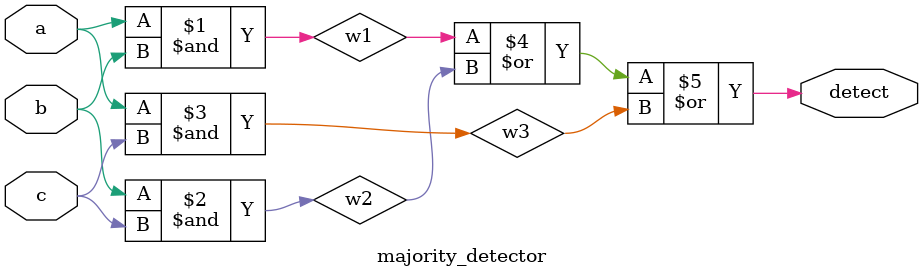
<source format=v>
`timescale 1ns / 1ps
module majority_detector(detect,a,b,c);
input a,b,c;
output detect;
wire w1,w2,w3;
and a1(w1,a,b);
and a2(w2,b,c);
and a3(w3,a,c);
or o1(detect,w1,w2,w3);
endmodule

</source>
